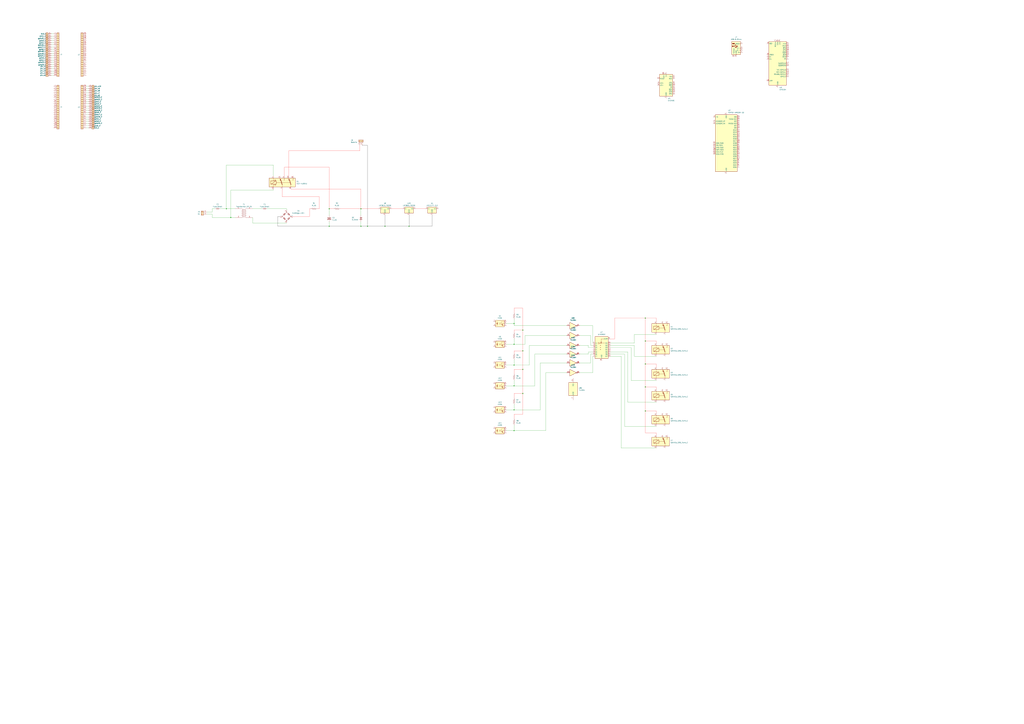
<source format=kicad_sch>
(kicad_sch (version 20250114) (generator "eeschema") (generator_version "9.0")
  (paper "A0")
  (title_block (title "PCB para panel de seguridad") (company "Security Software"))
  (junction (at 596.9 448.31))
  (junction (at 749.3 477.52))
  (junction (at 447.04 262.89))
  (junction (at 382.27 242.57))
  (junction (at 607.06 407.67))
  (junction (at 749.3 449.58))
  (junction (at 749.3 369.57))
  (junction (at 596.9 375.92))
  (junction (at 267.97 252.73))
  (junction (at 596.9 476.25))
  (junction (at 596.9 500.38))
  (junction (at 262.89 242.57))
  (junction (at 596.9 424.18))
  (junction (at 426.72 262.89))
  (junction (at 382.27 262.89))
  (junction (at 596.9 400.05))
  (junction (at 474.98 262.89))
  (junction (at 419.1 262.89))
  (junction (at 749.3 422.91))
  (junction (at 607.06 383.54))
  (junction (at 607.06 429.26))
  (junction (at 749.3 396.24))
  (junction (at 419.1 242.57))
  (junction (at 607.06 457.2))
  (wire (pts (xy 596.9 383.54) (xy 607.06 383.54)) (stroke (width 0) (color 251 0 0 1)))
  (wire (pts (xy 685.8 401.32) (xy 688.34 401.32)))
  (wire (pts (xy 657.86 401.32) (xy 614.68 401.32)))
  (wire (pts (xy 100.33 135.89) (xy 102.87 135.89)))
  (wire (pts (xy 596.9 393.7) (xy 596.9 400.05)))
  (wire (pts (xy 673.1 389.89) (xy 685.8 389.89)))
  (wire (pts (xy 368.3 242.57) (xy 370.84 242.57)) (stroke (width 0) (color 255 0 0 1)))
  (wire (pts (xy 100.33 128.27) (xy 102.87 128.27)))
  (wire (pts (xy 426.72 262.89) (xy 447.04 262.89)) (stroke (width 0) (color 0 0 0 1)))
  (wire (pts (xy 588.01 400.05) (xy 596.9 400.05)))
  (wire (pts (xy 762 452.12) (xy 762 449.58)) (stroke (width 0) (color 255 0 0 1)))
  (wire (pts (xy 59.69 57.15) (xy 62.23 57.15)))
  (wire (pts (xy 335.28 175.26) (xy 417.83 175.26)) (stroke (width 0) (color 255 0 0 1)))
  (wire (pts (xy 59.69 46.99) (xy 62.23 46.99)))
  (wire (pts (xy 262.89 191.77) (xy 262.89 242.57)))
  (wire (pts (xy 588.01 424.18) (xy 596.9 424.18)))
  (wire (pts (xy 688.34 433.07) (xy 688.34 414.02)))
  (wire (pts (xy 683.26 408.94) (xy 688.34 408.94)))
  (wire (pts (xy 713.74 393.7) (xy 713.74 369.57)) (stroke (width 0) (color 255 0 0 1)))
  (wire (pts (xy 100.33 120.65) (xy 102.87 120.65)))
  (wire (pts (xy 330.2 194.31) (xy 382.27 194.31)) (stroke (width 0) (color 255 0 0 1)))
  (wire (pts (xy 100.33 125.73) (xy 102.87 125.73)))
  (wire (pts (xy 59.69 72.39) (xy 62.23 72.39)))
  (wire (pts (xy 246.38 246.38) (xy 240.03 246.38)))
  (wire (pts (xy 596.9 363.22) (xy 596.9 358.14)) (stroke (width 0) (color 251 0 0 1)))
  (wire (pts (xy 721.36 520.7) (xy 762 520.7)))
  (wire (pts (xy 725.17 495.3) (xy 762 495.3)))
  (wire (pts (xy 762 398.78) (xy 762 396.24)) (stroke (width 0) (color 255 0 0 1)))
  (wire (pts (xy 337.82 219.71) (xy 419.1 219.71)) (stroke (width 0) (color 255 0 0 1)))
  (wire (pts (xy 332.74 259.08) (xy 293.37 259.08)))
  (wire (pts (xy 685.8 389.89) (xy 685.8 401.32)))
  (wire (pts (xy 100.33 143.51) (xy 102.87 143.51)))
  (wire (pts (xy 482.6 242.57) (xy 494.03 242.57)) (stroke (width 0) (color 255 0 0 1)))
  (wire (pts (xy 596.9 358.14) (xy 607.06 358.14)) (stroke (width 0) (color 251 0 0 1)))
  (wire (pts (xy 762 369.57) (xy 762 373.38)) (stroke (width 0) (color 255 0 0 1)))
  (wire (pts (xy 708.66 403.86) (xy 732.79 403.86)))
  (wire (pts (xy 607.06 429.26) (xy 607.06 457.2)) (stroke (width 0) (color 251 0 0 1)))
  (wire (pts (xy 59.69 59.69) (xy 62.23 59.69)))
  (wire (pts (xy 762 477.52) (xy 749.3 477.52)) (stroke (width 0) (color 255 0 0 1)))
  (wire (pts (xy 607.06 429.26) (xy 607.06 407.67)) (stroke (width 0) (color 251 0 0 1)))
  (wire (pts (xy 736.6 388.62) (xy 762 388.62)))
  (wire (pts (xy 419.1 250.19) (xy 419.1 242.57)))
  (wire (pts (xy 708.66 393.7) (xy 713.74 393.7)) (stroke (width 0) (color 255 0 0 1)))
  (wire (pts (xy 100.33 102.87) (xy 102.87 102.87)))
  (wire (pts (xy 419.1 219.71) (xy 419.1 242.57)) (stroke (width 0) (color 255 0 0 1)))
  (wire (pts (xy 657.86 421.64) (xy 627.38 421.64)))
  (wire (pts (xy 607.06 383.54) (xy 607.06 407.67)) (stroke (width 0) (color 251 0 0 1)))
  (wire (pts (xy 246.38 242.57) (xy 250.19 242.57)))
  (wire (pts (xy 596.9 476.25) (xy 596.9 469.9)))
  (wire (pts (xy 633.73 500.38) (xy 596.9 500.38)))
  (wire (pts (xy 607.06 457.2) (xy 607.06 481.33)) (stroke (width 0) (color 251 0 0 1)))
  (wire (pts (xy 426.72 168.91) (xy 426.72 262.89)) (stroke (width 0) (color 0 0 0 1)))
  (wire (pts (xy 732.79 441.96) (xy 762 441.96)))
  (wire (pts (xy 267.97 252.73) (xy 273.05 252.73)))
  (wire (pts (xy 59.69 54.61) (xy 62.23 54.61)))
  (wire (pts (xy 657.86 411.48) (xy 621.03 411.48)))
  (wire (pts (xy 708.66 411.48) (xy 725.17 411.48)))
  (wire (pts (xy 596.9 386.08) (xy 596.9 383.54)) (stroke (width 0) (color 251 0 0 1)))
  (wire (pts (xy 267.97 220.98) (xy 267.97 252.73)))
  (wire (pts (xy 609.6 400.05) (xy 596.9 400.05)))
  (wire (pts (xy 59.69 39.37) (xy 62.23 39.37)))
  (wire (pts (xy 59.69 74.93) (xy 62.23 74.93)))
  (wire (pts (xy 100.33 118.11) (xy 102.87 118.11)))
  (wire (pts (xy 267.97 220.98) (xy 317.5 220.98)))
  (wire (pts (xy 596.9 494.03) (xy 596.9 500.38)))
  (wire (pts (xy 100.33 146.05) (xy 102.87 146.05)))
  (wire (pts (xy 293.37 242.57) (xy 304.8 242.57)))
  (wire (pts (xy 359.41 251.46) (xy 359.41 242.57)) (stroke (width 0) (color 255 0 0 1)))
  (wire (pts (xy 609.6 389.89) (xy 609.6 400.05)))
  (wire (pts (xy 382.27 194.31) (xy 382.27 242.57)) (stroke (width 0) (color 255 0 0 1)))
  (wire (pts (xy 327.66 228.6) (xy 370.84 228.6)) (stroke (width 0) (color 255 0 0 1)))
  (wire (pts (xy 426.72 262.89) (xy 419.1 262.89)) (stroke (width 0) (color 0 0 0 1)))
  (wire (pts (xy 322.58 251.46) (xy 322.58 262.89)) (stroke (width 0) (color 0 0 0 1)))
  (wire (pts (xy 100.33 100.33) (xy 102.87 100.33)))
  (wire (pts (xy 721.36 414.02) (xy 721.36 520.7)))
  (wire (pts (xy 330.2 204.47) (xy 330.2 194.31)) (stroke (width 0) (color 255 0 0 1)))
  (wire (pts (xy 246.38 248.92) (xy 240.03 248.92)))
  (wire (pts (xy 749.3 449.58) (xy 749.3 422.91)) (stroke (width 0) (color 255 0 0 1)))
  (wire (pts (xy 100.33 110.49) (xy 102.87 110.49)))
  (wire (pts (xy 419.1 242.57) (xy 439.42 242.57)) (stroke (width 0) (color 255 0 0 1)))
  (wire (pts (xy 382.27 250.19) (xy 382.27 242.57)))
  (wire (pts (xy 607.06 407.67) (xy 596.9 407.67)) (stroke (width 0) (color 251 0 0 1)))
  (wire (pts (xy 100.33 138.43) (xy 102.87 138.43)))
  (wire (pts (xy 633.73 433.07) (xy 633.73 500.38)))
  (wire (pts (xy 762 396.24) (xy 749.3 396.24)) (stroke (width 0) (color 255 0 0 1)))
  (wire (pts (xy 100.33 113.03) (xy 102.87 113.03)))
  (wire (pts (xy 596.9 457.2) (xy 596.9 462.28)) (stroke (width 0) (color 251 0 0 1)))
  (wire (pts (xy 100.33 105.41) (xy 102.87 105.41)))
  (wire (pts (xy 262.89 242.57) (xy 273.05 242.57)))
  (wire (pts (xy 685.8 421.64) (xy 685.8 411.48)))
  (wire (pts (xy 657.86 433.07) (xy 633.73 433.07)))
  (wire (pts (xy 59.69 85.09) (xy 62.23 85.09)))
  (wire (pts (xy 382.27 257.81) (xy 382.27 262.89)))
  (wire (pts (xy 708.66 398.78) (xy 736.6 398.78)))
  (wire (pts (xy 246.38 252.73) (xy 267.97 252.73)))
  (wire (pts (xy 596.9 407.67) (xy 596.9 410.21)) (stroke (width 0) (color 251 0 0 1)))
  (wire (pts (xy 596.9 486.41) (xy 596.9 481.33)) (stroke (width 0) (color 251 0 0 1)))
  (wire (pts (xy 59.69 64.77) (xy 62.23 64.77)))
  (wire (pts (xy 100.33 140.97) (xy 102.87 140.97)))
  (wire (pts (xy 673.1 433.07) (xy 688.34 433.07)))
  (wire (pts (xy 394.97 242.57) (xy 419.1 242.57)) (stroke (width 0) (color 255 0 0 1)))
  (wire (pts (xy 246.38 252.73) (xy 246.38 248.92)))
  (wire (pts (xy 417.83 175.26) (xy 417.83 168.91)) (stroke (width 0) (color 255 0 0 1)))
  (wire (pts (xy 627.38 476.25) (xy 596.9 476.25)))
  (wire (pts (xy 596.9 429.26) (xy 607.06 429.26)) (stroke (width 0) (color 251 0 0 1)))
  (wire (pts (xy 59.69 69.85) (xy 62.23 69.85)))
  (wire (pts (xy 59.69 87.63) (xy 62.23 87.63)))
  (wire (pts (xy 59.69 44.45) (xy 62.23 44.45)))
  (wire (pts (xy 588.01 448.31) (xy 596.9 448.31)))
  (wire (pts (xy 262.89 191.77) (xy 317.5 191.77)))
  (wire (pts (xy 749.3 369.57) (xy 762 369.57)) (stroke (width 0) (color 255 0 0 1)))
  (wire (pts (xy 627.38 421.64) (xy 627.38 476.25)))
  (wire (pts (xy 708.66 401.32) (xy 736.6 401.32)))
  (wire (pts (xy 370.84 228.6) (xy 370.84 242.57)) (stroke (width 0) (color 255 0 0 1)))
  (wire (pts (xy 762 502.92) (xy 749.3 502.92)) (stroke (width 0) (color 255 0 0 1)))
  (wire (pts (xy 607.06 358.14) (xy 607.06 383.54)) (stroke (width 0) (color 251 0 0 1)))
  (wire (pts (xy 293.37 252.73) (xy 293.37 259.08)))
  (wire (pts (xy 317.5 220.98) (xy 317.5 219.71)))
  (wire (pts (xy 713.74 369.57) (xy 749.3 369.57)) (stroke (width 0) (color 255 0 0 1)))
  (wire (pts (xy 335.28 204.47) (xy 335.28 175.26)) (stroke (width 0) (color 255 0 0 1)))
  (wire (pts (xy 596.9 370.84) (xy 596.9 375.92)))
  (wire (pts (xy 725.17 411.48) (xy 725.17 495.3)))
  (wire (pts (xy 596.9 434.34) (xy 596.9 429.26)) (stroke (width 0) (color 251 0 0 1)))
  (wire (pts (xy 588.01 375.92) (xy 596.9 375.92)))
  (wire (pts (xy 100.33 123.19) (xy 102.87 123.19)))
  (wire (pts (xy 501.65 262.89) (xy 474.98 262.89)) (stroke (width 0) (color 0 0 0 1)))
  (wire (pts (xy 359.41 242.57) (xy 360.68 242.57)) (stroke (width 0) (color 253 0 0 1)))
  (wire (pts (xy 749.3 422.91) (xy 749.3 396.24)) (stroke (width 0) (color 255 0 0 1)))
  (wire (pts (xy 749.3 477.52) (xy 749.3 449.58)) (stroke (width 0) (color 255 0 0 1)))
  (wire (pts (xy 749.3 502.92) (xy 749.3 477.52)) (stroke (width 0) (color 255 0 0 1)))
  (wire (pts (xy 657.86 378.46) (xy 596.9 378.46)))
  (wire (pts (xy 673.1 401.32) (xy 683.26 401.32)))
  (wire (pts (xy 762 422.91) (xy 749.3 422.91)) (stroke (width 0) (color 255 0 0 1)))
  (wire (pts (xy 621.03 448.31) (xy 596.9 448.31)))
  (wire (pts (xy 683.26 401.32) (xy 683.26 403.86)))
  (wire (pts (xy 59.69 67.31) (xy 62.23 67.31)))
  (wire (pts (xy 673.1 411.48) (xy 683.26 411.48)))
  (wire (pts (xy 621.03 411.48) (xy 621.03 448.31)))
  (wire (pts (xy 340.36 251.46) (xy 359.41 251.46)) (stroke (width 0) (color 255 0 0 1)))
  (wire (pts (xy 596.9 441.96) (xy 596.9 448.31)))
  (wire (pts (xy 596.9 424.18) (xy 596.9 417.83)))
  (wire (pts (xy 732.79 403.86) (xy 732.79 441.96)))
  (wire (pts (xy 59.69 80.01) (xy 62.23 80.01)))
  (wire (pts (xy 420.37 168.91) (xy 426.72 168.91)) (stroke (width 0) (color 0 0 0 1)))
  (wire (pts (xy 736.6 398.78) (xy 736.6 388.62)))
  (wire (pts (xy 688.34 398.78) (xy 688.34 378.46)))
  (wire (pts (xy 596.9 481.33) (xy 607.06 481.33)) (stroke (width 0) (color 251 0 0 1)))
  (wire (pts (xy 327.66 228.6) (xy 327.66 219.71)) (stroke (width 0) (color 255 0 0 1)))
  (wire (pts (xy 762 505.46) (xy 762 502.92)) (stroke (width 0) (color 255 0 0 1)))
  (wire (pts (xy 419.1 257.81) (xy 419.1 262.89)))
  (wire (pts (xy 657.86 389.89) (xy 609.6 389.89)))
  (wire (pts (xy 100.33 115.57) (xy 102.87 115.57)))
  (wire (pts (xy 246.38 242.57) (xy 246.38 246.38)))
  (wire (pts (xy 614.68 401.32) (xy 614.68 424.18)))
  (wire (pts (xy 708.66 414.02) (xy 721.36 414.02)))
  (wire (pts (xy 596.9 457.2) (xy 607.06 457.2)) (stroke (width 0) (color 251 0 0 1)))
  (wire (pts (xy 708.66 408.94) (xy 728.98 408.94)))
  (wire (pts (xy 728.98 408.94) (xy 728.98 467.36)))
  (wire (pts (xy 501.65 250.19) (xy 501.65 262.89)) (stroke (width 0) (color 0 0 0 1)))
  (wire (pts (xy 100.33 107.95) (xy 102.87 107.95)))
  (wire (pts (xy 322.58 262.89) (xy 382.27 262.89)) (stroke (width 0) (color 0 0 0 1)))
  (wire (pts (xy 688.34 378.46) (xy 673.1 378.46)))
  (wire (pts (xy 447.04 250.19) (xy 447.04 262.89)) (stroke (width 0) (color 0 0 0 1)))
  (wire (pts (xy 685.8 411.48) (xy 688.34 411.48)))
  (wire (pts (xy 59.69 41.91) (xy 62.23 41.91)))
  (wire (pts (xy 100.33 148.59) (xy 102.87 148.59)))
  (wire (pts (xy 382.27 262.89) (xy 419.1 262.89)) (stroke (width 0) (color 0 0 0 1)))
  (wire (pts (xy 454.66 242.57) (xy 467.36 242.57)) (stroke (width 0) (color 255 0 0 1)))
  (wire (pts (xy 762 480.06) (xy 762 477.52)) (stroke (width 0) (color 255 0 0 1)))
  (wire (pts (xy 100.33 130.81) (xy 102.87 130.81)))
  (wire (pts (xy 596.9 378.46) (xy 596.9 375.92)))
  (wire (pts (xy 588.01 500.38) (xy 596.9 500.38)))
  (wire (pts (xy 59.69 77.47) (xy 62.23 77.47)))
  (wire (pts (xy 614.68 424.18) (xy 596.9 424.18)))
  (wire (pts (xy 332.74 242.57) (xy 332.74 243.84)))
  (wire (pts (xy 59.69 82.55) (xy 62.23 82.55)))
  (wire (pts (xy 59.69 52.07) (xy 62.23 52.07)))
  (wire (pts (xy 588.01 476.25) (xy 596.9 476.25)))
  (wire (pts (xy 673.1 421.64) (xy 685.8 421.64)))
  (wire (pts (xy 749.3 396.24) (xy 749.3 369.57)) (stroke (width 0) (color 255 0 0 1)))
  (wire (pts (xy 762 449.58) (xy 749.3 449.58)) (stroke (width 0) (color 255 0 0 1)))
  (wire (pts (xy 100.33 133.35) (xy 102.87 133.35)))
  (wire (pts (xy 59.69 49.53) (xy 62.23 49.53)))
  (wire (pts (xy 683.26 403.86) (xy 688.34 403.86)))
  (wire (pts (xy 474.98 250.19) (xy 474.98 262.89)) (stroke (width 0) (color 0 0 0 1)))
  (wire (pts (xy 736.6 414.02) (xy 762 414.02)))
  (wire (pts (xy 762 426.72) (xy 762 422.91)) (stroke (width 0) (color 255 0 0 1)))
  (wire (pts (xy 382.27 242.57) (xy 387.35 242.57)) (stroke (width 0) (color 255 0 0 1)))
  (wire (pts (xy 59.69 62.23) (xy 62.23 62.23)))
  (wire (pts (xy 736.6 401.32) (xy 736.6 414.02)))
  (wire (pts (xy 728.98 467.36) (xy 762 467.36)))
  (wire (pts (xy 325.12 251.46) (xy 322.58 251.46)) (stroke (width 0) (color 0 0 0 1)))
  (wire (pts (xy 683.26 411.48) (xy 683.26 408.94)))
  (wire (pts (xy 309.88 242.57) (xy 332.74 242.57)))
  (wire (pts (xy 317.5 191.77) (xy 317.5 204.47)))
  (wire (pts (xy 474.98 262.89) (xy 447.04 262.89)) (stroke (width 0) (color 0 0 0 1)))
  (wire (pts (xy 255.27 242.57) (xy 262.89 242.57)))
  (symbol (lib_id "Connector:Screw_Terminal_01x01") (at 107.95 133.35 0) (unit 1)
    (property "Reference" "gpio17_2" (at 114.046 133.096 0))
    (property "Footprint" "Connector_Wire:SolderWire-0.75sqmm_1x01_D1.25mm_OD2.3mm" (effects (hide yes)))
    (property "Description" "Generic screw terminal, single row, 01x01, script generated (kicad-library-utils/schlib/autogen/connector/)" (effects (hide yes)))
  )
  (symbol (lib_id "Connector:Screw_Terminal_01x01") (at 54.61 52.07 180) (unit 1)
    (property "Reference" "gpio16_1" (at 48.514 52.324 0))
    (property "Footprint" "Connector_Wire:SolderWire-0.75sqmm_1x01_D1.25mm_OD2.3mm" (effects (hide yes)))
    (property "Description" "Generic screw terminal, single row, 01x01, script generated (kicad-library-utils/schlib/autogen/connector/)" (effects (hide yes)))
  )
  (symbol (lib_id "Connector:Screw_Terminal_01x01") (at 54.61 64.77 180) (unit 1)
    (property "Reference" "gpio21_1" (at 48.514 64.77 0))
    (property "Footprint" "Connector_Wire:SolderWire-0.75sqmm_1x01_D1.25mm_OD2.3mm" (effects (hide yes)))
    (property "Description" "Generic screw terminal, single row, 01x01, script generated (kicad-library-utils/schlib/autogen/connector/)" (effects (hide yes)))
  )
  (symbol (lib_id "Relay:SANYOU_SRD_Form_C") (at 767.08 459.74 0) (unit 1)
    (property "Reference" "K5" (at 778.51 458.4699 0) (effects (justify left)))
    (property "Value" "SANYOU_SRD_Form_C" (at 778.51 461.0099 0) (effects (justify left)))
    (property "Footprint" "Relay_THT:Relay_SPDT_SANYOU_SRD_Series_Form_C" (effects (hide yes)))
    (property "Datasheet" "http://www.sanyourelay.ca/public/products/pdf/SRD.pdf" (effects (hide yes)))
    (property "Description" "Sanyo SRD relay, Single Pole Miniature Power Relay," (effects (hide yes)))
  )
  (symbol (lib_id "Regulator_Linear:LM7812_TO220") (at 447.04 242.57 0) (unit 1)
    (property "Reference" "U6" (at 447.04 236.22 0))
    (property "Value" "LM7812_TO220" (at 447.04 238.76 0))
    (property "Footprint" "Package_TO_SOT_THT:TO-220-3_Vertical" (effects (hide yes)))
    (property "Datasheet" "https://www.onsemi.cn/PowerSolutions/document/MC7800-D.PDF" (effects (hide yes)))
    (property "Description" "Positive 1A 35V Linear Regulator, Fixed Output 12V, TO-220" (effects (hide yes)))
  )
  (symbol (lib_id "Connector:Screw_Terminal_01x02") (at 417.83 163.83 90) (unit 1)
    (property "Reference" "J6" (at 407.416 162.814 90) (effects (justify right)))
    (property "Value" "Bateria" (at 407.416 165.354 90) (effects (justify right)))
    (property "Description" "Generic screw terminal, single row, 01x02, script generated (kicad-library-utils/schlib/autogen/connector/)" (effects (hide yes)))
  )
  (symbol (lib_id "Relay:SANYOU_SRD_Form_C") (at 767.08 406.4 0) (unit 1)
    (property "Reference" "K2" (at 778.51 405.1299 0) (effects (justify left)))
    (property "Value" "SANYOU_SRD_Form_C" (at 778.51 407.6699 0) (effects (justify left)))
    (property "Footprint" "Relay_THT:Relay_SPDT_SANYOU_SRD_Series_Form_C" (effects (hide yes)))
    (property "Datasheet" "http://www.sanyourelay.ca/public/products/pdf/SRD.pdf" (effects (hide yes)))
    (property "Description" "Sanyo SRD relay, Single Pole Miniature Power Relay," (effects (hide yes)))
  )
  (symbol (lib_id "Isolator:4N35") (at 580.39 400.05 0) (unit 1)
    (property "Reference" "U5" (at 580.39 391.16 0))
    (property "Value" "4N35" (at 580.39 393.7 0))
    (property "Footprint" "Package_DIP:DIP-6_W7.62mm" (effects (hide yes)))
    (property "Datasheet" "https://www.vishay.com/docs/81181/4n35.pdf" (effects (hide yes)))
    (property "Description" "Optocoupler, Phototransistor Output, with Base Connection, Vce 70V, CTR 100%, Viso 5000V, DIP6" (effects (hide yes)))
  )
  (symbol (lib_id "Device:R_US") (at 596.9 466.09 180) (unit 1)
    (property "Reference" "R7" (at 599.44 464.8199 0) (effects (justify right)))
    (property "Value" "R_US" (at 599.44 467.3599 0) (effects (justify right)))
    (property "Footprint" "Resistor_THT:R_Axial_DIN0617_L17.0mm_D6.0mm_P30.48mm_Horizontal" (effects (hide yes)))
    (property "Description" "Resistor, US symbol" (effects (hide yes)))
  )
  (symbol (lib_id "Connector:Screw_Terminal_01x01") (at 107.95 105.41 0) (unit 1)
    (property "Reference" "pin_x8" (at 112.776 105.41 0))
    (property "Footprint" "Connector_Wire:SolderWire-0.75sqmm_1x01_D1.25mm_OD2.3mm" (effects (hide yes)))
    (property "Description" "Generic screw terminal, single row, 01x01, script generated (kicad-library-utils/schlib/autogen/connector/)" (effects (hide yes)))
  )
  (symbol (lib_id "Connector:Screw_Terminal_01x01") (at 107.95 148.59 0) (unit 1)
    (property "Reference" "3v3_2" (at 112.268 148.59 0))
    (property "Footprint" "Connector_Wire:SolderWire-0.75sqmm_1x01_D1.25mm_OD2.3mm" (effects (hide yes)))
    (property "Description" "Generic screw terminal, single row, 01x01, script generated (kicad-library-utils/schlib/autogen/connector/)" (effects (hide yes)))
  )
  (symbol (lib_id "Device:R_US") (at 391.16 242.57 90) (unit 1)
    (property "Reference" "R2" (at 391.16 236.22 90))
    (property "Value" "R_US" (at 391.16 238.76 90))
    (property "Footprint" "Resistor_THT:R_Axial_DIN0617_L17.0mm_D6.0mm_P30.48mm_Horizontal" (effects (hide yes)))
    (property "Description" "Resistor, US symbol" (effects (hide yes)))
  )
  (symbol (lib_id "Connector:Screw_Terminal_01x01") (at 107.95 123.19 0) (unit 1)
    (property "Reference" "gpio21_2" (at 114.046 123.19 0))
    (property "Footprint" "Connector_Wire:SolderWire-0.75sqmm_1x01_D1.25mm_OD2.3mm" (effects (hide yes)))
    (property "Description" "Generic screw terminal, single row, 01x01, script generated (kicad-library-utils/schlib/autogen/connector/)" (effects (hide yes)))
  )
  (symbol (lib_id "74xx:74LS04") (at 665.48 411.48 0) (unit 4)
    (property "Reference" "U10" (at 665.48 402.59 0))
    (property "Value" "74LS04" (at 665.48 405.13 0))
    (property "Footprint" "Package_DIP:DIP-14_W7.62mm" (effects (hide yes)))
    (property "Datasheet" "http://www.ti.com/lit/gpn/sn74LS04" (effects (hide yes)))
    (property "Description" "Hex Inverter" (effects (hide yes)))
  )
  (symbol (lib_id "Connector:Screw_Terminal_01x01") (at 54.61 57.15 180) (unit 1)
    (property "Reference" "gpio5_1" (at 49.022 57.404 0))
    (property "Footprint" "Connector_Wire:SolderWire-0.75sqmm_1x01_D1.25mm_OD2.3mm" (effects (hide yes)))
    (property "Description" "Generic screw terminal, single row, 01x01, script generated (kicad-library-utils/schlib/autogen/connector/)" (effects (hide yes)))
  )
  (symbol (lib_id "Connector:Screw_Terminal_01x01") (at 54.61 69.85 180) (unit 1)
    (property "Reference" "gpio1_1" (at 49.276 69.85 0))
    (property "Footprint" "Connector_Wire:SolderWire-0.75sqmm_1x01_D1.25mm_OD2.3mm" (effects (hide yes)))
    (property "Description" "Generic screw terminal, single row, 01x01, script generated (kicad-library-utils/schlib/autogen/connector/)" (effects (hide yes)))
  )
  (symbol (lib_id "Connector:Screw_Terminal_01x01") (at 54.61 39.37 180) (unit 1)
    (property "Reference" "3v3_1" (at 50.292 39.37 0))
    (property "Footprint" "Connector_Wire:SolderWire-0.75sqmm_1x01_D1.25mm_OD2.3mm" (effects (hide yes)))
    (property "Description" "Generic screw terminal, single row, 01x01, script generated (kicad-library-utils/schlib/autogen/connector/)" (effects (hide yes)))
  )
  (symbol (lib_id "Connector:Screw_Terminal_01x01") (at 54.61 72.39 180) (unit 1)
    (property "Reference" "gpio22_1" (at 48.768 72.39 0))
    (property "Footprint" "Connector_Wire:SolderWire-0.75sqmm_1x01_D1.25mm_OD2.3mm" (effects (hide yes)))
    (property "Description" "Generic screw terminal, single row, 01x01, script generated (kicad-library-utils/schlib/autogen/connector/)" (effects (hide yes)))
  )
  (symbol (lib_id "Isolator:4N35") (at 580.39 476.25 0) (unit 1)
    (property "Reference" "U13" (at 580.39 467.36 0))
    (property "Value" "4N35" (at 580.39 469.9 0))
    (property "Footprint" "Package_DIP:DIP-6_W7.62mm" (effects (hide yes)))
    (property "Datasheet" "https://www.vishay.com/docs/81181/4n35.pdf" (effects (hide yes)))
    (property "Description" "Optocoupler, Phototransistor Output, with Base Connection, Vce 70V, CTR 100%, Viso 5000V, DIP6" (effects (hide yes)))
  )
  (symbol (lib_id "74xx:74LS04") (at 665.48 378.46 0) (unit 1)
    (property "Reference" "U8" (at 665.48 369.57 0))
    (property "Value" "74LS04" (at 665.48 372.11 0))
    (property "Footprint" "Package_DIP:DIP-14_W7.62mm" (effects (hide yes)))
    (property "Datasheet" "http://www.ti.com/lit/gpn/sn74LS04" (effects (hide yes)))
    (property "Description" "Hex Inverter" (effects (hide yes)))
  )
  (symbol (lib_id "Regulator_Linear:LM1117T-3.3") (at 501.65 242.57 0) (unit 1)
    (property "Reference" "U4" (at 501.65 236.22 0))
    (property "Value" "LM1117T-3.3" (at 501.65 238.76 0))
    (property "Footprint" "Package_TO_SOT_THT:TO-220-3_Horizontal_TabDown" (effects (hide yes)))
    (property "Datasheet" "http://www.ti.com/lit/ds/symlink/lm1117.pdf" (effects (hide yes)))
    (property "Description" "800mA Low-Dropout Linear Regulator, 3.3V fixed output, TO-220" (effects (hide yes)))
  )
  (symbol (lib_id "Device:R_US") (at 596.9 438.15 180) (unit 1)
    (property "Reference" "R6" (at 599.44 436.8799 0) (effects (justify right)))
    (property "Value" "R_US" (at 599.44 439.4199 0) (effects (justify right)))
    (property "Footprint" "Resistor_THT:R_Axial_DIN0617_L17.0mm_D6.0mm_P30.48mm_Horizontal" (effects (hide yes)))
    (property "Description" "Resistor, US symbol" (effects (hide yes)))
  )
  (symbol (lib_id "Isolator:4N35") (at 580.39 375.92 0) (unit 1)
    (property "Reference" "U1" (at 580.39 367.03 0))
    (property "Value" "4N35" (at 580.39 369.57 0))
    (property "Footprint" "Package_DIP:DIP-6_W7.62mm" (effects (hide yes)))
    (property "Datasheet" "https://www.vishay.com/docs/81181/4n35.pdf" (effects (hide yes)))
    (property "Description" "Optocoupler, Phototransistor Output, with Base Connection, Vce 70V, CTR 100%, Viso 5000V, DIP6" (effects (hide yes)))
  )
  (symbol (lib_id "Connector:Screw_Terminal_01x01") (at 54.61 80.01 180) (unit 1)
    (property "Reference" "pin_x2" (at 49.784 79.756 0))
    (property "Footprint" "Connector_Wire:SolderWire-0.75sqmm_1x01_D1.25mm_OD2.3mm" (effects (hide yes)))
    (property "Description" "Generic screw terminal, single row, 01x01, script generated (kicad-library-utils/schlib/autogen/connector/)" (effects (hide yes)))
  )
  (symbol (lib_id "Regulator_Linear:LM7805_TO220") (at 474.98 242.57 0) (unit 1)
    (property "Reference" "U15" (at 474.98 236.22 0))
    (property "Value" "LM7805_TO220" (at 474.98 238.76 0))
    (property "Footprint" "Package_TO_SOT_THT:TO-220-3_Vertical" (effects (hide yes)))
    (property "Datasheet" "https://www.onsemi.cn/PowerSolutions/document/MC7800-D.PDF" (effects (hide yes)))
    (property "Description" "Positive 1A 35V Linear Regulator, Fixed Output 5V, TO-220" (effects (hide yes)))
  )
  (symbol (lib_id "Connector:Screw_Terminal_01x01") (at 107.95 146.05 0) (unit 1)
    (property "Reference" "gnd1_2" (at 113.03 146.05 0))
    (property "Footprint" "Connector_Wire:SolderWire-0.75sqmm_1x01_D1.25mm_OD2.3mm" (effects (hide yes)))
    (property "Description" "Generic screw terminal, single row, 01x01, script generated (kicad-library-utils/schlib/autogen/connector/)" (effects (hide yes)))
  )
  (symbol (lib_id "Relay:SANYOU_SRD_Form_C") (at 767.08 513.08 0) (unit 1)
    (property "Reference" "K7" (at 778.51 511.8099 0) (effects (justify left)))
    (property "Value" "SANYOU_SRD_Form_C" (at 778.51 514.3499 0) (effects (justify left)))
    (property "Footprint" "Relay_THT:Relay_SPDT_SANYOU_SRD_Series_Form_C" (effects (hide yes)))
    (property "Datasheet" "http://www.sanyourelay.ca/public/products/pdf/SRD.pdf" (effects (hide yes)))
    (property "Description" "Sanyo SRD relay, Single Pole Miniature Power Relay," (effects (hide yes)))
  )
  (symbol (lib_id "Connector:Screw_Terminal_01x01") (at 54.61 87.63 180) (unit 1)
    (property "Reference" "pin_x5" (at 49.784 87.376 0))
    (property "Footprint" "Connector_Wire:SolderWire-0.75sqmm_1x01_D1.25mm_OD2.3mm" (effects (hide yes)))
    (property "Description" "Generic screw terminal, single row, 01x01, script generated (kicad-library-utils/schlib/autogen/connector/)" (effects (hide yes)))
  )
  (symbol (lib_id "Connector:Screw_Terminal_01x01") (at 107.95 135.89 0) (unit 1)
    (property "Reference" "gpio16_2" (at 114.046 135.636 0))
    (property "Footprint" "Connector_Wire:SolderWire-0.75sqmm_1x01_D1.25mm_OD2.3mm" (effects (hide yes)))
    (property "Description" "Generic screw terminal, single row, 01x01, script generated (kicad-library-utils/schlib/autogen/connector/)" (effects (hide yes)))
  )
  (symbol (lib_id "Device:R_US") (at 596.9 414.02 180) (unit 1)
    (property "Reference" "R5" (at 599.44 412.7499 0) (effects (justify right)))
    (property "Value" "R_US" (at 599.44 415.2899 0) (effects (justify right)))
    (property "Footprint" "Resistor_THT:R_Axial_DIN0617_L17.0mm_D6.0mm_P30.48mm_Horizontal" (effects (hide yes)))
    (property "Description" "Resistor, US symbol" (effects (hide yes)))
  )
  (symbol (lib_id "Device:Fuse_Small") (at 252.73 242.57 0) (unit 1)
    (property "Reference" "F2" (at 252.73 237.49 0))
    (property "Value" "Fuse_Small" (at 252.73 240.03 0))
    (property "Description" "Fuse, small symbol" (effects (hide yes)))
  )
  (symbol (lib_id "Transistor_Array:ULN2002") (at 698.5 403.86 0) (unit 1)
    (property "Reference" "U7" (at 698.5 386.08 0))
    (property "Value" "ULN2002" (at 698.5 388.62 0))
    (property "Datasheet" "http://www.ti.com/lit/ds/symlink/uln2003a.pdf" (effects (hide yes)))
    (property "Description" "High Voltage, High Current Darlington Transistor Arrays, SOIC16/SOIC16W/DIP16/TSSOP16" (effects (hide yes)))
  )
  (symbol (lib_id "RF_Module:ESP32-WROOM-32") (at 843.28 166.37 0) (unit 1)
    (property "Reference" "U2" (at 845.4233 128.27 0) (effects (justify left)))
    (property "Value" "ESP32-WROOM-32" (at 845.4233 130.81 0) (effects (justify left)))
    (property "Footprint" "RF_Module:ESP32-WROOM-32" (effects (hide yes)))
    (property "Datasheet" "https://www.espressif.com/sites/default/files/documentation/esp32-wroom-32_datasheet_en.pdf" (effects (hide yes)))
    (property "Description" "RF Module, ESP32-D0WDQ6 SoC, Wi-Fi 802.11b/g/n, Bluetooth, BLE, 32-bit, 2.7-3.6V, onboard antenna, SMD" (effects (hide yes)))
  )
  (symbol (lib_id "Connector:Screw_Terminal_01x01") (at 54.61 82.55 180) (unit 1)
    (property "Reference" "pin_x3" (at 49.784 82.296 0))
    (property "Footprint" "Connector_Wire:SolderWire-0.75sqmm_1x01_D1.25mm_OD2.3mm" (effects (hide yes)))
    (property "Description" "Generic screw terminal, single row, 01x01, script generated (kicad-library-utils/schlib/autogen/connector/)" (effects (hide yes)))
  )
  (symbol (lib_id "Device:D_Zener") (at 419.1 254 270) (unit 1)
    (property "Reference" "D2" (at 408.432 252.73 90) (effects (justify left)))
    (property "Value" "D_Zener" (at 408.432 255.27 90) (effects (justify left)))
    (property "Footprint" "Diode_THT:D_A-405_P7.62mm_Horizontal" (effects (hide yes)))
    (property "Description" "Zener diode" (effects (hide yes)))
  )
  (symbol (lib_id "Connector:USB_B_Micro") (at 854.71 55.88 0) (unit 1)
    (property "Reference" "J7" (at 854.71 43.18 0))
    (property "Value" "USB_B_Micro" (at 854.71 45.72 0))
    (property "Description" "USB Micro Type B connector" (effects (hide yes)))
  )
  (symbol (lib_id "Device:R_US") (at 364.49 242.57 90) (unit 1)
    (property "Reference" "R1" (at 364.49 236.22 90))
    (property "Value" "R_US" (at 364.49 238.76 90))
    (property "Footprint" "Resistor_THT:R_Axial_DIN0617_L17.0mm_D6.0mm_P30.48mm_Horizontal" (effects (hide yes)))
    (property "Description" "Resistor, US symbol" (effects (hide yes)))
  )
  (symbol (lib_id "Device:R_US") (at 596.9 389.89 180) (unit 1)
    (property "Reference" "R4" (at 599.44 388.6199 0) (effects (justify right)))
    (property "Value" "R_US" (at 599.44 391.1599 0) (effects (justify right)))
    (property "Footprint" "Resistor_THT:R_Axial_DIN0617_L17.0mm_D6.0mm_P30.48mm_Horizontal" (effects (hide yes)))
    (property "Description" "Resistor, US symbol" (effects (hide yes)))
  )
  (symbol (lib_id "Device:Fuse_Small") (at 307.34 242.57 0) (unit 1)
    (property "Reference" "F1" (at 307.34 237.49 0))
    (property "Value" "Fuse_Small" (at 307.34 240.03 0))
    (property "Description" "Fuse, small symbol" (effects (hide yes)))
  )
  (symbol (lib_id "Connector:Screw_Terminal_01x01") (at 54.61 49.53 180) (unit 1)
    (property "Reference" "gpio4_1" (at 49.276 49.784 0))
    (property "Footprint" "Connector_Wire:SolderWire-0.75sqmm_1x01_D1.25mm_OD2.3mm" (effects (hide yes)))
    (property "Description" "Generic screw terminal, single row, 01x01, script generated (kicad-library-utils/schlib/autogen/connector/)" (effects (hide yes)))
  )
  (symbol (lib_id "Connector:Screw_Terminal_01x01") (at 107.95 113.03 0) (unit 1)
    (property "Reference" "gpio23_2" (at 114.046 112.776 0))
    (property "Footprint" "Connector_Wire:SolderWire-0.75sqmm_1x01_D1.25mm_OD2.3mm" (effects (hide yes)))
    (property "Description" "Generic screw terminal, single row, 01x01, script generated (kicad-library-utils/schlib/autogen/connector/)" (effects (hide yes)))
  )
  (symbol (lib_id "Connector:Screw_Terminal_01x01") (at 54.61 46.99 180) (unit 1)
    (property "Reference" "gpio2_1" (at 49.276 47.244 0))
    (property "Footprint" "Connector_Wire:SolderWire-0.75sqmm_1x01_D1.25mm_OD2.3mm" (effects (hide yes)))
    (property "Description" "Generic screw terminal, single row, 01x01, script generated (kicad-library-utils/schlib/autogen/connector/)" (effects (hide yes)))
  )
  (symbol (lib_id "Connector:Screw_Terminal_01x01") (at 107.95 100.33 0) (unit 1)
    (property "Reference" "pin_x10" (at 113.538 100.33 0))
    (property "Footprint" "Connector_Wire:SolderWire-0.75sqmm_1x01_D1.25mm_OD2.3mm" (effects (hide yes)))
    (property "Description" "Generic screw terminal, single row, 01x01, script generated (kicad-library-utils/schlib/autogen/connector/)" (effects (hide yes)))
  )
  (symbol (lib_id "Device:C_US") (at 382.27 254 0) (unit 1)
    (property "Reference" "C1" (at 386.08 252.9839 0) (effects (justify left)))
    (property "Value" "C_US" (at 386.08 255.5239 0) (effects (justify left)))
    (property "Footprint" "Capacitor_THT:C_Radial_D18.0mm_H35.5mm_P7.50mm" (effects (hide yes)))
    (property "Description" "capacitor, US symbol" (effects (hide yes)))
  )
  (symbol (lib_id "Device:D_Bridge_+AA-") (at 332.74 251.46 0) (unit 1)
    (property "Reference" "D1" (at 346.71 245.0398 0))
    (property "Value" "D_Bridge_+AA-" (at 346.71 247.5798 0))
    (property "Footprint" "Diode_THT:Diode_Bridge_19.0x3.5x10.0mm_P5.0mm" (effects (hide yes)))
    (property "Description" "Diode bridge, +ve/AC/AC/-ve" (effects (hide yes)))
  )
  (symbol (lib_id "Connector:Screw_Terminal_01x01") (at 107.95 118.11 0) (unit 1)
    (property "Reference" "gpio1_2" (at 113.538 118.11 0))
    (property "Footprint" "Connector_Wire:SolderWire-0.75sqmm_1x01_D1.25mm_OD2.3mm" (effects (hide yes)))
    (property "Description" "Generic screw terminal, single row, 01x01, script generated (kicad-library-utils/schlib/autogen/connector/)" (effects (hide yes)))
  )
  (symbol (lib_id "Connector:Screw_Terminal_01x20") (at 67.31 62.23 0) (unit 1)
    (property "Reference" "J1" (at 69.85 63.246 0) (effects (justify left)))
    (property "Value" "Screw_Terminal_01x20" (effects (hide yes)))
    (property "Footprint" "Connector_PinHeader_2.54mm:PinHeader_1x20_P2.54mm_Vertical" (effects (hide yes)))
    (property "Description" "Generic screw terminal, single row, 01x20, script generated (kicad-library-utils/schlib/autogen/connector/)" (effects (hide yes)))
  )
  (symbol (lib_id "Isolator:4N35") (at 580.39 500.38 0) (unit 1)
    (property "Reference" "U14" (at 580.39 491.49 0))
    (property "Value" "4N35" (at 580.39 494.03 0))
    (property "Footprint" "Package_DIP:DIP-6_W7.62mm" (effects (hide yes)))
    (property "Datasheet" "https://www.vishay.com/docs/81181/4n35.pdf" (effects (hide yes)))
    (property "Description" "Optocoupler, Phototransistor Output, with Base Connection, Vce 70V, CTR 100%, Viso 5000V, DIP6" (effects (hide yes)))
  )
  (symbol (lib_id "Device:Transformer_1P_1S") (at 283.21 247.65 0) (unit 1)
    (property "Reference" "T1" (at 283.2227 237.49 0))
    (property "Value" "Transformer_1P_1S" (at 283.2227 240.03 0))
    (property "Footprint" "Transformer_THT:Transformer_NF_ETAL_1-1_P1200" (effects (hide yes)))
    (property "Description" "Transformer, single primary, single secondary" (effects (hide yes)))
  )
  (symbol (lib_id "Device:R_US") (at 596.9 367.03 180) (unit 1)
    (property "Reference" "R3" (at 599.44 365.7599 0) (effects (justify right)))
    (property "Value" "R_US" (at 599.44 368.2999 0) (effects (justify right)))
    (property "Footprint" "Resistor_THT:R_Axial_DIN0617_L17.0mm_D6.0mm_P30.48mm_Horizontal" (effects (hide yes)))
    (property "Description" "Resistor, US symbol" (effects (hide yes)))
  )
  (symbol (lib_id "Connector:Screw_Terminal_01x01") (at 54.61 54.61 180) (unit 1)
    (property "Reference" "gpio17_1" (at 48.514 54.864 0))
    (property "Footprint" "Connector_Wire:SolderWire-0.75sqmm_1x01_D1.25mm_OD2.3mm" (effects (hide yes)))
    (property "Description" "Generic screw terminal, single row, 01x01, script generated (kicad-library-utils/schlib/autogen/connector/)" (effects (hide yes)))
  )
  (symbol (lib_id "Relay:SANYOU_SRD_Form_C") (at 767.08 487.68 0) (unit 1)
    (property "Reference" "K6" (at 778.51 486.4099 0) (effects (justify left)))
    (property "Value" "SANYOU_SRD_Form_C" (at 778.51 488.9499 0) (effects (justify left)))
    (property "Footprint" "Relay_THT:Relay_SPDT_SANYOU_SRD_Series_Form_C" (effects (hide yes)))
    (property "Datasheet" "http://www.sanyourelay.ca/public/products/pdf/SRD.pdf" (effects (hide yes)))
    (property "Description" "Sanyo SRD relay, Single Pole Miniature Power Relay," (effects (hide yes)))
  )
  (symbol (lib_id "74xx:74LS04") (at 665.48 421.64 0) (unit 5)
    (property "Reference" "U10" (at 665.48 412.75 0))
    (property "Value" "74LS04" (at 665.48 415.29 0))
    (property "Footprint" "Package_DIP:DIP-14_W7.62mm" (effects (hide yes)))
    (property "Datasheet" "http://www.ti.com/lit/gpn/sn74LS04" (effects (hide yes)))
    (property "Description" "Hex Inverter" (effects (hide yes)))
  )
  (symbol (lib_id "Connector:Screw_Terminal_01x01") (at 107.95 120.65 0) (unit 1)
    (property "Reference" "gpio3_2" (at 113.538 120.65 0))
    (property "Footprint" "Connector_Wire:SolderWire-0.75sqmm_1x01_D1.25mm_OD2.3mm" (effects (hide yes)))
    (property "Description" "Generic screw terminal, single row, 01x01, script generated (kicad-library-utils/schlib/autogen/connector/)" (effects (hide yes)))
  )
  (symbol (lib_id "Connector:Screw_Terminal_01x01") (at 54.61 62.23 180) (unit 1)
    (property "Reference" "gpio19_1" (at 48.514 62.484 0))
    (property "Footprint" "Connector_Wire:SolderWire-0.75sqmm_1x01_D1.25mm_OD2.3mm" (effects (hide yes)))
    (property "Description" "Generic screw terminal, single row, 01x01, script generated (kicad-library-utils/schlib/autogen/connector/)" (effects (hide yes)))
  )
  (symbol (lib_id "Connector:Screw_Terminal_01x01") (at 54.61 67.31 180) (unit 1)
    (property "Reference" "gpio3_1" (at 49.276 67.31 0))
    (property "Footprint" "Connector_Wire:SolderWire-0.75sqmm_1x01_D1.25mm_OD2.3mm" (effects (hide yes)))
    (property "Description" "Generic screw terminal, single row, 01x01, script generated (kicad-library-utils/schlib/autogen/connector/)" (effects (hide yes)))
  )
  (symbol (lib_id "74xx:74LS04") (at 665.48 401.32 0) (unit 3)
    (property "Reference" "U10" (at 665.48 392.43 0))
    (property "Value" "74LS04" (at 665.48 394.97 0))
    (property "Footprint" "Package_DIP:DIP-14_W7.62mm" (effects (hide yes)))
    (property "Datasheet" "http://www.ti.com/lit/gpn/sn74LS04" (effects (hide yes)))
    (property "Description" "Hex Inverter" (effects (hide yes)))
  )
  (symbol (lib_id "Isolator:4N35") (at 580.39 424.18 0) (unit 1)
    (property "Reference" "U11" (at 580.39 415.29 0))
    (property "Value" "4N35" (at 580.39 417.83 0))
    (property "Footprint" "Package_DIP:DIP-6_W7.62mm" (effects (hide yes)))
    (property "Datasheet" "https://www.vishay.com/docs/81181/4n35.pdf" (effects (hide yes)))
    (property "Description" "Optocoupler, Phototransistor Output, with Base Connection, Vce 70V, CTR 100%, Viso 5000V, DIP6" (effects (hide yes)))
  )
  (symbol (lib_id "Connector:Screw_Terminal_01x01") (at 54.61 44.45 180) (unit 1)
    (property "Reference" "gpio15_1" (at 48.514 44.704 0))
    (property "Footprint" "Connector_Wire:SolderWire-0.75sqmm_1x01_D1.25mm_OD2.3mm" (effects (hide yes)))
    (property "Description" "Generic screw terminal, single row, 01x01, script generated (kicad-library-utils/schlib/autogen/connector/)" (effects (hide yes)))
  )
  (symbol (lib_id "Connector:Screw_Terminal_01x01") (at 107.95 115.57 0) (unit 1)
    (property "Reference" "gpio22_2" (at 114.046 115.57 0))
    (property "Footprint" "Connector_Wire:SolderWire-0.75sqmm_1x01_D1.25mm_OD2.3mm" (effects (hide yes)))
    (property "Description" "Generic screw terminal, single row, 01x01, script generated (kicad-library-utils/schlib/autogen/connector/)" (effects (hide yes)))
  )
  (symbol (lib_id "Interface_USB:CP2104") (at 902.97 73.66 0) (unit 1)
    (property "Reference" "U9" (at 905.1133 101.6 0) (effects (justify left)))
    (property "Value" "CP2104" (at 905.1133 104.14 0) (effects (justify left)))
    (property "Footprint" "Package_DFN_QFN:QFN-24-1EP_4x4mm_P0.5mm_EP2.6x2.6mm" (effects (hide yes)))
    (property "Datasheet" "https://www.silabs.com/documents/public/data-sheets/cp2104.pdf" (effects (hide yes)))
    (property "Description" "Single-Chip USB-to-UART Bridge, USB 2.0 Full-Speed, 2Mbps UART, QFN-24" (effects (hide yes)))
  )
  (symbol (lib_id "Relay:SANYOU_SRD_Form_C") (at 767.08 434.34 0) (unit 1)
    (property "Reference" "K3" (at 778.51 433.0699 0) (effects (justify left)))
    (property "Value" "SANYOU_SRD_Form_C" (at 778.51 435.6099 0) (effects (justify left)))
    (property "Footprint" "Relay_THT:Relay_SPDT_SANYOU_SRD_Series_Form_C" (effects (hide yes)))
    (property "Datasheet" "http://www.sanyourelay.ca/public/products/pdf/SRD.pdf" (effects (hide yes)))
    (property "Description" "Sanyo SRD relay, Single Pole Miniature Power Relay," (effects (hide yes)))
  )
  (symbol (lib_id "Connector:Screw_Terminal_01x01") (at 54.61 41.91 180) (unit 1)
    (property "Reference" "gnd1_1" (at 49.53 41.91 0))
    (property "Footprint" "Connector_Wire:SolderWire-0.75sqmm_1x01_D1.25mm_OD2.3mm" (effects (hide yes)))
    (property "Description" "Generic screw terminal, single row, 01x01, script generated (kicad-library-utils/schlib/autogen/connector/)" (effects (hide yes)))
  )
  (symbol (lib_id "Connector:Screw_Terminal_01x01") (at 107.95 128.27 0) (unit 1)
    (property "Reference" "gpio18_2" (at 114.046 128.27 0))
    (property "Footprint" "Connector_Wire:SolderWire-0.75sqmm_1x01_D1.25mm_OD2.3mm" (effects (hide yes)))
    (property "Description" "Generic screw terminal, single row, 01x01, script generated (kicad-library-utils/schlib/autogen/connector/)" (effects (hide yes)))
  )
  (symbol (lib_id "Connector:Screw_Terminal_01x01") (at 107.95 140.97 0) (unit 1)
    (property "Reference" "gpio2_2" (at 113.284 140.716 0))
    (property "Footprint" "Connector_Wire:SolderWire-0.75sqmm_1x01_D1.25mm_OD2.3mm" (effects (hide yes)))
    (property "Description" "Generic screw terminal, single row, 01x01, script generated (kicad-library-utils/schlib/autogen/connector/)" (effects (hide yes)))
  )
  (symbol (lib_id "74xx:74LS04") (at 665.48 452.12 0) (unit 7)
    (property "Reference" "U8" (at 671.83 450.8499 0) (effects (justify left)))
    (property "Value" "74LS04" (at 671.83 453.3899 0) (effects (justify left)))
    (property "Footprint" "Package_DIP:DIP-14_W7.62mm" (effects (hide yes)))
    (property "Datasheet" "http://www.ti.com/lit/gpn/sn74LS04" (effects (hide yes)))
    (property "Description" "Hex Inverter" (effects (hide yes)))
  )
  (symbol (lib_id "74xx:74LS04") (at 665.48 433.07 0) (unit 6)
    (property "Reference" "U10" (at 665.48 424.18 0))
    (property "Value" "74LS04" (at 665.48 426.72 0))
    (property "Footprint" "Package_DIP:DIP-14_W7.62mm" (effects (hide yes)))
    (property "Datasheet" "http://www.ti.com/lit/gpn/sn74LS04" (effects (hide yes)))
    (property "Description" "Hex Inverter" (effects (hide yes)))
  )
  (symbol (lib_id "Connector:Screw_Terminal_01x01") (at 107.95 130.81 0) (unit 1)
    (property "Reference" "gpio5_2" (at 113.538 130.556 0))
    (property "Footprint" "Connector_Wire:SolderWire-0.75sqmm_1x01_D1.25mm_OD2.3mm" (effects (hide yes)))
    (property "Description" "Generic screw terminal, single row, 01x01, script generated (kicad-library-utils/schlib/autogen/connector/)" (effects (hide yes)))
  )
  (symbol (lib_id "Connector:Screw_Terminal_01x01") (at 54.61 74.93 180) (unit 1)
    (property "Reference" "gpio23_1" (at 48.768 75.184 0))
    (property "Footprint" "Connector_Wire:SolderWire-0.75sqmm_1x01_D1.25mm_OD2.3mm" (effects (hide yes)))
    (property "Description" "Generic screw terminal, single row, 01x01, script generated (kicad-library-utils/schlib/autogen/connector/)" (effects (hide yes)))
  )
  (symbol (lib_id "Interface_USB:CH340C") (at 773.43 99.06 0) (unit 1)
    (property "Reference" "U3" (at 775.5733 114.3 0) (effects (justify left)))
    (property "Value" "CH340C" (at 775.5733 116.84 0) (effects (justify left)))
    (property "Footprint" "Package_SO:SOIC-16_3.9x9.9mm_P1.27mm" (effects (hide yes)))
    (property "Datasheet" "https://datasheet.lcsc.com/szlcsc/Jiangsu-Qin-Heng-CH340C_C84681.pdf" (effects (hide yes)))
    (property "Description" "USB serial converter, crystal-less, UART, SOIC-16" (effects (hide yes)))
  )
  (symbol (lib_id "Connector:Screw_Terminal_01x20") (at 67.31 123.19 0) (unit 1)
    (property "Reference" "J4" (at 69.85 124.206 0) (effects (justify left)))
    (property "Value" "Screw_Terminal_01x20" (effects (hide yes)))
    (property "Footprint" "Connector_PinHeader_2.54mm:PinHeader_1x20_P2.54mm_Vertical" (effects (hide yes)))
    (property "Description" "Generic screw terminal, single row, 01x20, script generated (kicad-library-utils/schlib/autogen/connector/)" (effects (hide yes)))
  )
  (symbol (lib_id "Connector:Screw_Terminal_01x01") (at 107.95 125.73 0) (unit 1)
    (property "Reference" "gpio19_2" (at 114.046 125.476 0))
    (property "Footprint" "Connector_Wire:SolderWire-0.75sqmm_1x01_D1.25mm_OD2.3mm" (effects (hide yes)))
    (property "Description" "Generic screw terminal, single row, 01x01, script generated (kicad-library-utils/schlib/autogen/connector/)" (effects (hide yes)))
  )
  (symbol (lib_id "Connector:Screw_Terminal_01x01") (at 107.95 138.43 0) (unit 1)
    (property "Reference" "gpio4_2" (at 113.284 138.176 0))
    (property "Footprint" "Connector_Wire:SolderWire-0.75sqmm_1x01_D1.25mm_OD2.3mm" (effects (hide yes)))
    (property "Description" "Generic screw terminal, single row, 01x01, script generated (kicad-library-utils/schlib/autogen/connector/)" (effects (hide yes)))
  )
  (symbol (lib_id "Connector:Screw_Terminal_01x01") (at 107.95 143.51 0) (unit 1)
    (property "Reference" "gpio15_2" (at 114.046 143.256 0))
    (property "Footprint" "Connector_Wire:SolderWire-0.75sqmm_1x01_D1.25mm_OD2.3mm" (effects (hide yes)))
    (property "Description" "Generic screw terminal, single row, 01x01, script generated (kicad-library-utils/schlib/autogen/connector/)" (effects (hide yes)))
  )
  (symbol (lib_id "Connector:Screw_Terminal_01x01") (at 54.61 59.69 180) (unit 1)
    (property "Reference" "gpio18_1" (at 48.514 59.69 0))
    (property "Footprint" "Connector_Wire:SolderWire-0.75sqmm_1x01_D1.25mm_OD2.3mm" (effects (hide yes)))
    (property "Description" "Generic screw terminal, single row, 01x01, script generated (kicad-library-utils/schlib/autogen/connector/)" (effects (hide yes)))
  )
  (symbol (lib_id "Connector:Screw_Terminal_01x01") (at 54.61 77.47 180) (unit 1)
    (property "Reference" "pin_x1" (at 50.038 77.216 0))
    (property "Footprint" "Connector_Wire:SolderWire-0.75sqmm_1x01_D1.25mm_OD2.3mm" (effects (hide yes)))
    (property "Description" "Generic screw terminal, single row, 01x01, script generated (kicad-library-utils/schlib/autogen/connector/)" (effects (hide yes)))
  )
  (symbol (lib_id "Connector:Screw_Terminal_01x01") (at 107.95 107.95 0) (unit 1)
    (property "Reference" "pin_x7" (at 112.776 108.204 0))
    (property "Footprint" "Connector_Wire:SolderWire-0.75sqmm_1x01_D1.25mm_OD2.3mm" (effects (hide yes)))
    (property "Description" "Generic screw terminal, single row, 01x01, script generated (kicad-library-utils/schlib/autogen/connector/)" (effects (hide yes)))
  )
  (symbol (lib_id "Relay:EC2-4.5SNU") (at 327.66 212.09 0) (unit 1)
    (property "Reference" "K4" (at 344.17 210.8199 0) (effects (justify left)))
    (property "Value" "EC2-4.5SNU" (at 344.17 213.3599 0) (effects (justify left)))
    (property "Footprint" "Relay_THT:Relay_DPDT_Kemet_EC2_NU" (effects (hide yes)))
    (property "Datasheet" "https://content.kemet.com/datasheets/KEM_R7002_EC2_EE2.pdf" (effects (hide yes)))
    (property "Description" "General purpose signal relay, Kemet EC2 Series, DPDT (2 Form C), single coil latching, through hole, 60W/125VA, 220VDC/250VAC, 2A, 4.5V DC coil" (effects (hide yes)))
  )
  (symbol (lib_id "Connector:Screw_Terminal_01x20") (at 95.25 64.77 180) (unit 1)
    (property "Reference" "J2" (at 92.71 63.5 0) (effects (justify left)))
    (property "Value" "Screw_Terminal_01x20" (effects (hide yes)))
    (property "Footprint" "Connector_PinHeader_2.54mm:PinHeader_1x20_P2.54mm_Vertical" (effects (hide yes)))
    (property "Description" "Generic screw terminal, single row, 01x20, script generated (kicad-library-utils/schlib/autogen/connector/)" (effects (hide yes)))
  )
  (symbol (lib_id "Isolator:4N35") (at 580.39 448.31 0) (unit 1)
    (property "Reference" "U12" (at 580.39 439.42 0))
    (property "Value" "4N35" (at 580.39 441.96 0))
    (property "Footprint" "Package_DIP:DIP-6_W7.62mm" (effects (hide yes)))
    (property "Datasheet" "https://www.vishay.com/docs/81181/4n35.pdf" (effects (hide yes)))
    (property "Description" "Optocoupler, Phototransistor Output, with Base Connection, Vce 70V, CTR 100%, Viso 5000V, DIP6" (effects (hide yes)))
  )
  (symbol (lib_id "Relay:SANYOU_SRD_Form_C") (at 767.08 381 0) (unit 1)
    (property "Reference" "K1" (at 778.51 379.7299 0) (effects (justify left)))
    (property "Value" "SANYOU_SRD_Form_C" (at 778.51 382.2699 0) (effects (justify left)))
    (property "Footprint" "Relay_THT:Relay_SPDT_SANYOU_SRD_Series_Form_C" (effects (hide yes)))
    (property "Datasheet" "http://www.sanyourelay.ca/public/products/pdf/SRD.pdf" (effects (hide yes)))
    (property "Description" "Sanyo SRD relay, Single Pole Miniature Power Relay," (effects (hide yes)))
  )
  (symbol (lib_id "Device:R_US") (at 596.9 490.22 180) (unit 1)
    (property "Reference" "R8" (at 599.44 488.9499 0) (effects (justify right)))
    (property "Value" "R_US" (at 599.44 491.4899 0) (effects (justify right)))
    (property "Footprint" "Resistor_THT:R_Axial_DIN0617_L17.0mm_D6.0mm_P30.48mm_Horizontal" (effects (hide yes)))
    (property "Description" "Resistor, US symbol" (effects (hide yes)))
  )
  (symbol (lib_id "Connector:Screw_Terminal_01x20") (at 95.25 125.73 180) (unit 1)
    (property "Reference" "J3" (at 92.71 124.46 0) (effects (justify left)))
    (property "Value" "Screw_Terminal_01x20" (effects (hide yes)))
    (property "Footprint" "Connector_PinHeader_2.54mm:PinHeader_1x20_P2.54mm_Vertical" (effects (hide yes)))
    (property "Description" "Generic screw terminal, single row, 01x20, script generated (kicad-library-utils/schlib/autogen/connector/)" (effects (hide yes)))
  )
  (symbol (lib_id "74xx:74LS04") (at 665.48 389.89 0) (unit 2)
    (property "Reference" "U10" (at 665.48 381 0))
    (property "Value" "74LS04" (at 665.48 383.54 0))
    (property "Footprint" "Package_DIP:DIP-14_W7.62mm" (effects (hide yes)))
    (property "Datasheet" "http://www.ti.com/lit/gpn/sn74LS04" (effects (hide yes)))
    (property "Description" "Hex Inverter" (effects (hide yes)))
  )
  (symbol (lib_id "Connector:Screw_Terminal_01x02") (at 234.95 248.92 180) (unit 1)
    (property "Reference" "J5" (at 230.886 246.126 0))
    (property "Value" "AC" (at 230.886 248.666 0))
    (property "Description" "Generic screw terminal, single row, 01x02, script generated (kicad-library-utils/schlib/autogen/connector/)" (effects (hide yes)))
  )
  (symbol (lib_id "Connector:Screw_Terminal_01x01") (at 107.95 102.87 0) (unit 1)
    (property "Reference" "pin_x9" (at 112.776 102.87 0))
    (property "Footprint" "Connector_Wire:SolderWire-0.75sqmm_1x01_D1.25mm_OD2.3mm" (effects (hide yes)))
    (property "Description" "Generic screw terminal, single row, 01x01, script generated (kicad-library-utils/schlib/autogen/connector/)" (effects (hide yes)))
  )
  (symbol (lib_id "Connector:Screw_Terminal_01x01") (at 107.95 110.49 0) (unit 1)
    (property "Reference" "pin_x6" (at 112.776 110.744 0))
    (property "Footprint" "Connector_Wire:SolderWire-0.75sqmm_1x01_D1.25mm_OD2.3mm" (effects (hide yes)))
    (property "Description" "Generic screw terminal, single row, 01x01, script generated (kicad-library-utils/schlib/autogen/connector/)" (effects (hide yes)))
  )
  (symbol (lib_id "Connector:Screw_Terminal_01x01") (at 54.61 85.09 180) (unit 1)
    (property "Reference" "pin_x4" (at 49.784 84.836 0))
    (property "Footprint" "Connector_Wire:SolderWire-0.75sqmm_1x01_D1.25mm_OD2.3mm" (effects (hide yes)))
    (property "Description" "Generic screw terminal, single row, 01x01, script generated (kicad-library-utils/schlib/autogen/connector/)" (effects (hide yes)))
  )
)
</source>
